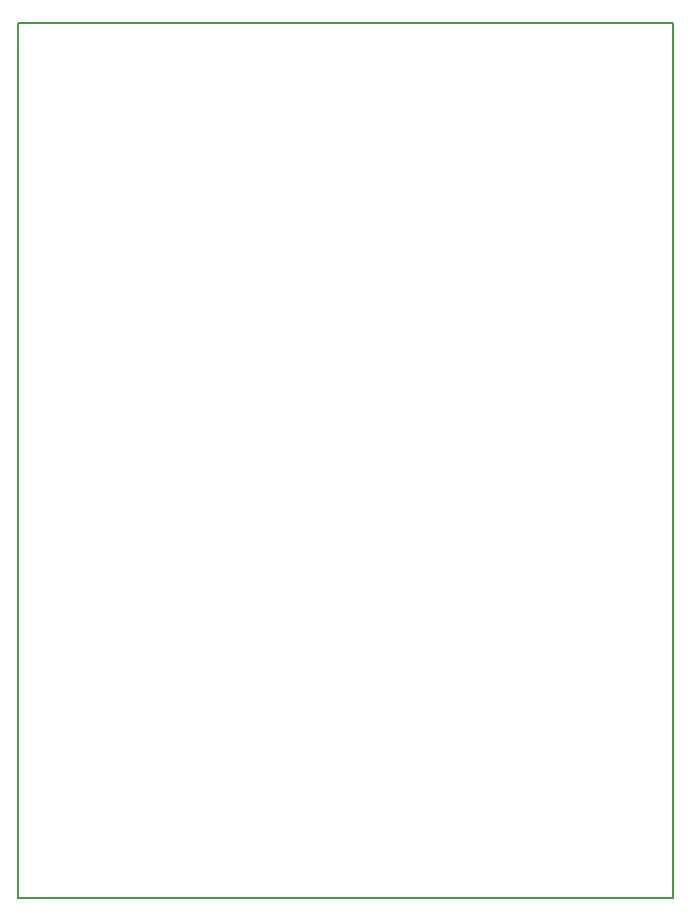
<source format=gbr>
G04*
G04 #@! TF.GenerationSoftware,Altium Limited,Altium Designer,24.2.2 (26)*
G04*
G04 Layer_Color=16711935*
%FSLAX44Y44*%
%MOMM*%
G71*
G04*
G04 #@! TF.SameCoordinates,78B911D5-5985-4408-A007-20F9D0B7CA3B*
G04*
G04*
G04 #@! TF.FilePolarity,Positive*
G04*
G01*
G75*
%ADD11C,0.2000*%
D11*
X0Y0D02*
X554990D01*
Y740410D01*
X0D02*
X554990D01*
X0Y0D02*
Y740410D01*
M02*

</source>
